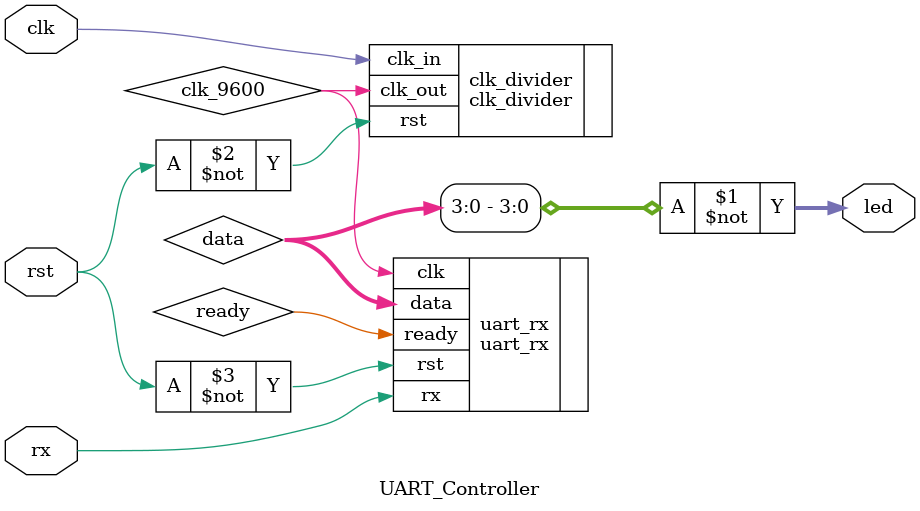
<source format=v>
module UART_Controller(clk, rst, rx, led);
	
	input clk;
	input rst;
	input rx;
	
	output [3:0] led;
	
	wire clk_9600;
	wire [7:0] data;
	wire ready;
	
	
	assign led = ~data[3:0];
	
	clk_divider clk_divider (
		.clk_in(clk),
		.rst(~rst),
		.clk_out(clk_9600)
	);
	
	uart_rx uart_rx (
		.rx(rx),
		.rst(~rst),
		.clk(clk_9600),
		.data(data),
		.ready(ready)
		);
	
endmodule
</source>
